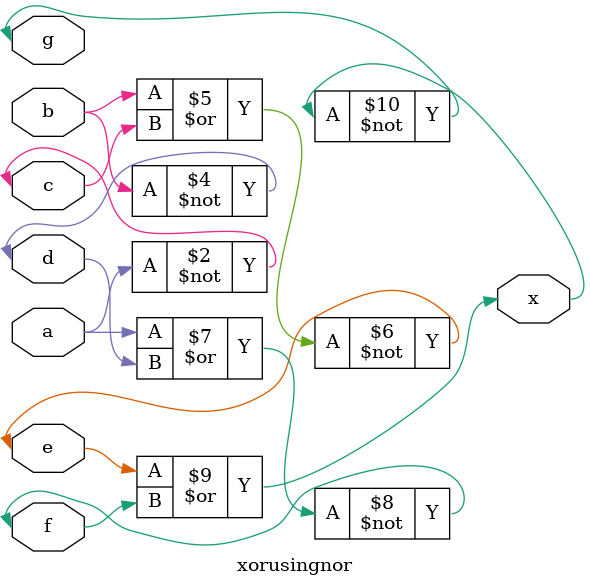
<source format=v>
module xorusingnor
(
    input a,b,
    inout c,d,e,f,g,
    output x
);
// XOR = A'B + AB'
assign c = ~(a | a); // A'
assign d = ~(b | b); // B'
assign e = ~(b | c); // A'B
assign f = ~(a | d); // AB'
assign g = ~(e | f); // (A'B + AB')'
assign x = ~(g | g); // NOT g

endmodule
</source>
